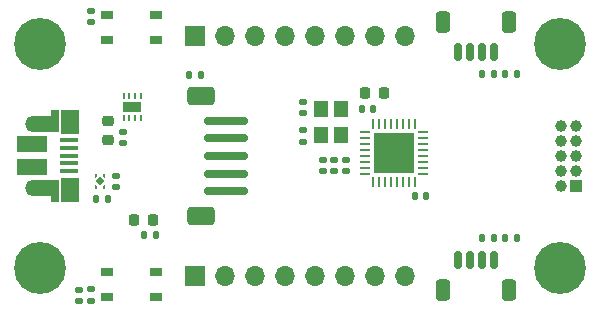
<source format=gbr>
%TF.GenerationSoftware,KiCad,Pcbnew,8.0.7*%
%TF.CreationDate,2025-01-26T16:55:51-08:00*%
%TF.ProjectId,servo-dev-board,73657276-6f2d-4646-9576-2d626f617264,rev?*%
%TF.SameCoordinates,Original*%
%TF.FileFunction,Soldermask,Top*%
%TF.FilePolarity,Negative*%
%FSLAX46Y46*%
G04 Gerber Fmt 4.6, Leading zero omitted, Abs format (unit mm)*
G04 Created by KiCad (PCBNEW 8.0.7) date 2025-01-26 16:55:51*
%MOMM*%
%LPD*%
G01*
G04 APERTURE LIST*
G04 Aperture macros list*
%AMRoundRect*
0 Rectangle with rounded corners*
0 $1 Rounding radius*
0 $2 $3 $4 $5 $6 $7 $8 $9 X,Y pos of 4 corners*
0 Add a 4 corners polygon primitive as box body*
4,1,4,$2,$3,$4,$5,$6,$7,$8,$9,$2,$3,0*
0 Add four circle primitives for the rounded corners*
1,1,$1+$1,$2,$3*
1,1,$1+$1,$4,$5*
1,1,$1+$1,$6,$7*
1,1,$1+$1,$8,$9*
0 Add four rect primitives between the rounded corners*
20,1,$1+$1,$2,$3,$4,$5,0*
20,1,$1+$1,$4,$5,$6,$7,0*
20,1,$1+$1,$6,$7,$8,$9,0*
20,1,$1+$1,$8,$9,$2,$3,0*%
%AMRotRect*
0 Rectangle, with rotation*
0 The origin of the aperture is its center*
0 $1 length*
0 $2 width*
0 $3 Rotation angle, in degrees counterclockwise*
0 Add horizontal line*
21,1,$1,$2,0,0,$3*%
%AMFreePoly0*
4,1,5,0.110000,-0.125000,-0.110000,-0.125000,-0.110000,0.125000,0.360000,0.125000,0.110000,-0.125000,0.110000,-0.125000,$1*%
%AMFreePoly1*
4,1,6,0.290000,-0.055000,0.290000,-0.125000,-0.110000,-0.125000,-0.110000,0.125000,0.110000,0.125000,0.290000,-0.055000,0.290000,-0.055000,$1*%
%AMFreePoly2*
4,1,7,0.110000,-0.125000,-0.110000,-0.125000,-0.290000,-0.125000,-0.290000,-0.055000,-0.110000,0.125000,0.110000,0.125000,0.110000,-0.125000,0.110000,-0.125000,$1*%
%AMFreePoly3*
4,1,6,0.110000,-0.125000,-0.110000,-0.125000,-0.290000,0.055000,-0.290000,0.125000,0.110000,0.125000,0.110000,-0.125000,0.110000,-0.125000,$1*%
G04 Aperture macros list end*
%ADD10RoundRect,0.225000X0.225000X0.250000X-0.225000X0.250000X-0.225000X-0.250000X0.225000X-0.250000X0*%
%ADD11RoundRect,0.062500X-0.375000X-0.062500X0.375000X-0.062500X0.375000X0.062500X-0.375000X0.062500X0*%
%ADD12RoundRect,0.062500X-0.062500X-0.375000X0.062500X-0.375000X0.062500X0.375000X-0.062500X0.375000X0*%
%ADD13R,3.450000X3.450000*%
%ADD14RoundRect,0.140000X0.170000X-0.140000X0.170000X0.140000X-0.170000X0.140000X-0.170000X-0.140000X0*%
%ADD15RoundRect,0.135000X-0.135000X-0.185000X0.135000X-0.185000X0.135000X0.185000X-0.135000X0.185000X0*%
%ADD16R,1.050000X0.650000*%
%ADD17RoundRect,0.140000X0.140000X0.170000X-0.140000X0.170000X-0.140000X-0.170000X0.140000X-0.170000X0*%
%ADD18C,0.700000*%
%ADD19C,4.400000*%
%ADD20R,1.200000X1.400000*%
%ADD21RoundRect,0.175000X1.675000X-0.175000X1.675000X0.175000X-1.675000X0.175000X-1.675000X-0.175000X0*%
%ADD22RoundRect,0.250001X0.899999X-0.499999X0.899999X0.499999X-0.899999X0.499999X-0.899999X-0.499999X0*%
%ADD23R,1.650000X0.400000*%
%ADD24R,0.700000X1.825000*%
%ADD25R,1.500000X2.000000*%
%ADD26R,2.000000X1.350000*%
%ADD27O,1.700000X1.350000*%
%ADD28O,1.500000X1.100000*%
%ADD29R,2.500000X1.430000*%
%ADD30RoundRect,0.225000X0.250000X-0.225000X0.250000X0.225000X-0.250000X0.225000X-0.250000X-0.225000X0*%
%ADD31RoundRect,0.135000X0.135000X0.185000X-0.135000X0.185000X-0.135000X-0.185000X0.135000X-0.185000X0*%
%ADD32RoundRect,0.135000X0.185000X-0.135000X0.185000X0.135000X-0.185000X0.135000X-0.185000X-0.135000X0*%
%ADD33RoundRect,0.218750X-0.218750X-0.256250X0.218750X-0.256250X0.218750X0.256250X-0.218750X0.256250X0*%
%ADD34FreePoly0,90.000000*%
%ADD35FreePoly1,90.000000*%
%ADD36FreePoly2,90.000000*%
%ADD37FreePoly3,90.000000*%
%ADD38RotRect,0.480000X0.480000X135.000000*%
%ADD39R,1.000000X1.000000*%
%ADD40C,1.000000*%
%ADD41RoundRect,0.147500X-0.172500X0.147500X-0.172500X-0.147500X0.172500X-0.147500X0.172500X0.147500X0*%
%ADD42RoundRect,0.062500X-0.062500X0.187500X-0.062500X-0.187500X0.062500X-0.187500X0.062500X0.187500X0*%
%ADD43R,1.600000X0.900000*%
%ADD44RoundRect,0.150000X0.150000X0.625000X-0.150000X0.625000X-0.150000X-0.625000X0.150000X-0.625000X0*%
%ADD45RoundRect,0.250000X0.350000X0.650000X-0.350000X0.650000X-0.350000X-0.650000X0.350000X-0.650000X0*%
%ADD46RoundRect,0.150000X-0.150000X-0.625000X0.150000X-0.625000X0.150000X0.625000X-0.150000X0.625000X0*%
%ADD47RoundRect,0.250000X-0.350000X-0.650000X0.350000X-0.650000X0.350000X0.650000X-0.350000X0.650000X0*%
%ADD48RoundRect,0.140000X-0.140000X-0.170000X0.140000X-0.170000X0.140000X0.170000X-0.140000X0.170000X0*%
%ADD49R,1.700000X1.700000*%
%ADD50O,1.700000X1.700000*%
G04 APERTURE END LIST*
D10*
%TO.C,C8*%
X147075000Y-95700000D03*
X145525000Y-95700000D03*
%TD*%
D11*
%TO.C,U3*%
X145512500Y-98987500D03*
X145512500Y-99487500D03*
X145512500Y-99987500D03*
X145512500Y-100487500D03*
X145512500Y-100987500D03*
X145512500Y-101487500D03*
X145512500Y-101987500D03*
X145512500Y-102487500D03*
D12*
X146200000Y-103175000D03*
X146700000Y-103175000D03*
X147200000Y-103175000D03*
X147700000Y-103175000D03*
X148200000Y-103175000D03*
X148700000Y-103175000D03*
X149200000Y-103175000D03*
X149700000Y-103175000D03*
D11*
X150387500Y-102487500D03*
X150387500Y-101987500D03*
X150387500Y-101487500D03*
X150387500Y-100987500D03*
X150387500Y-100487500D03*
X150387500Y-99987500D03*
X150387500Y-99487500D03*
X150387500Y-98987500D03*
D12*
X149700000Y-98300000D03*
X149200000Y-98300000D03*
X148700000Y-98300000D03*
X148200000Y-98300000D03*
X147700000Y-98300000D03*
X147200000Y-98300000D03*
X146700000Y-98300000D03*
X146200000Y-98300000D03*
D13*
X147950000Y-100737500D03*
%TD*%
D14*
%TO.C,C1*%
X125010000Y-99885000D03*
X125010000Y-98925000D03*
%TD*%
D15*
%TO.C,R7*%
X130555000Y-94100000D03*
X131575000Y-94100000D03*
%TD*%
D16*
%TO.C,SW1*%
X123625000Y-89050000D03*
X127775000Y-89050000D03*
X123625000Y-91200000D03*
X127775000Y-91200000D03*
%TD*%
D17*
%TO.C,C4*%
X123700000Y-104625000D03*
X122740000Y-104625000D03*
%TD*%
D14*
%TO.C,C10*%
X142900000Y-102272500D03*
X142900000Y-101312500D03*
%TD*%
D18*
%TO.C,MH3*%
X160350000Y-110500000D03*
X160833274Y-109333274D03*
X160833274Y-111666726D03*
X162000000Y-108850000D03*
D19*
X162000000Y-110500000D03*
D18*
X162000000Y-112150000D03*
X163166726Y-109333274D03*
X163166726Y-111666726D03*
X163650000Y-110500000D03*
%TD*%
D17*
%TO.C,C6*%
X146210000Y-97000000D03*
X145250000Y-97000000D03*
%TD*%
D14*
%TO.C,C5*%
X124400000Y-103630000D03*
X124400000Y-102670000D03*
%TD*%
D20*
%TO.C,Y1*%
X143500000Y-99200000D03*
X143500000Y-97000000D03*
X141800000Y-97000000D03*
X141800000Y-99200000D03*
%TD*%
D21*
%TO.C,J2*%
X133700000Y-104000000D03*
X133700000Y-102500000D03*
X133700000Y-101000000D03*
X133700000Y-99500000D03*
X133700000Y-98000000D03*
D22*
X131600000Y-106050000D03*
X131600000Y-95950000D03*
%TD*%
D23*
%TO.C,J1*%
X120430000Y-99675000D03*
X120430000Y-100325000D03*
X120430000Y-100975000D03*
X120430000Y-101625000D03*
X120430000Y-102275000D03*
D24*
X119230000Y-98025000D03*
D25*
X120530000Y-98125000D03*
D26*
X118480000Y-98245000D03*
D27*
X117550000Y-98245000D03*
D28*
X120550000Y-98555000D03*
D29*
X117280000Y-100015000D03*
X117280000Y-101935000D03*
D28*
X120550000Y-103395000D03*
D27*
X117550000Y-103705000D03*
D26*
X118480000Y-103725000D03*
D25*
X120550000Y-103875000D03*
D24*
X119230000Y-103975000D03*
%TD*%
D16*
%TO.C,SW2*%
X123625000Y-110800000D03*
X127775000Y-110800000D03*
X123625000Y-112950000D03*
X127775000Y-112950000D03*
%TD*%
D30*
%TO.C,C11*%
X123750000Y-99610000D03*
X123750000Y-98060000D03*
%TD*%
D31*
%TO.C,R4*%
X156400000Y-107900000D03*
X155380000Y-107900000D03*
%TD*%
D32*
%TO.C,R6*%
X122300000Y-113305000D03*
X122300000Y-112285000D03*
%TD*%
D33*
%TO.C,LED1*%
X125950000Y-106400000D03*
X127525000Y-106400000D03*
%TD*%
D34*
%TO.C,U2*%
X122750000Y-103680000D03*
D35*
X123400000Y-103680000D03*
D36*
X123400000Y-102600000D03*
D37*
X122750000Y-102600000D03*
D38*
X123075000Y-103140000D03*
%TD*%
D18*
%TO.C,MH1*%
X116350000Y-91500000D03*
X116833274Y-90333274D03*
X116833274Y-92666726D03*
X118000000Y-89850000D03*
D19*
X118000000Y-91500000D03*
D18*
X118000000Y-93150000D03*
X119166726Y-90333274D03*
X119166726Y-92666726D03*
X119650000Y-91500000D03*
%TD*%
D15*
%TO.C,R5*%
X126777500Y-107700000D03*
X127797500Y-107700000D03*
%TD*%
D39*
%TO.C,J5*%
X163370000Y-103540000D03*
D40*
X162100000Y-103540000D03*
X163370000Y-102270000D03*
X162100000Y-102270000D03*
X163370000Y-101000000D03*
X162100000Y-101000000D03*
X163370000Y-99730000D03*
X162100000Y-99730000D03*
X163370000Y-98460000D03*
X162100000Y-98460000D03*
%TD*%
D15*
%TO.C,R3*%
X155380000Y-94050000D03*
X156400000Y-94050000D03*
%TD*%
D14*
%TO.C,CL2*%
X140250000Y-97390000D03*
X140250000Y-96430000D03*
%TD*%
D31*
%TO.C,R2*%
X158355000Y-94050000D03*
X157335000Y-94050000D03*
%TD*%
D41*
%TO.C,L1*%
X141900000Y-101312500D03*
X141900000Y-102282500D03*
%TD*%
D42*
%TO.C,U1*%
X126550000Y-95875000D03*
X126050000Y-95875000D03*
X125550000Y-95875000D03*
X125050000Y-95875000D03*
X125050000Y-97775000D03*
X125550000Y-97775000D03*
X126050000Y-97775000D03*
X126550000Y-97775000D03*
D43*
X125800000Y-96825000D03*
%TD*%
D44*
%TO.C,J4*%
X156375000Y-109775000D03*
X155375000Y-109775000D03*
X154375000Y-109775000D03*
X153375000Y-109775000D03*
D45*
X157675000Y-112300000D03*
X152075000Y-112300000D03*
%TD*%
D46*
%TO.C,J3*%
X153375000Y-92175000D03*
X154375000Y-92175000D03*
X155375000Y-92175000D03*
X156375000Y-92175000D03*
D47*
X152075000Y-89650000D03*
X157675000Y-89650000D03*
%TD*%
D18*
%TO.C,MH4*%
X160348350Y-91501650D03*
X160831624Y-90334924D03*
X160831624Y-92668376D03*
X161998350Y-89851650D03*
D19*
X161998350Y-91501650D03*
D18*
X161998350Y-93151650D03*
X163165076Y-90334924D03*
X163165076Y-92668376D03*
X163648350Y-91501650D03*
%TD*%
D48*
%TO.C,C7*%
X149690000Y-104400000D03*
X150650000Y-104400000D03*
%TD*%
D14*
%TO.C,CL1*%
X140250000Y-99770000D03*
X140250000Y-98810000D03*
%TD*%
%TO.C,C3*%
X121300000Y-113295000D03*
X121300000Y-112335000D03*
%TD*%
%TO.C,C2*%
X122300000Y-89665000D03*
X122300000Y-88705000D03*
%TD*%
%TO.C,C9*%
X143900000Y-102272500D03*
X143900000Y-101312500D03*
%TD*%
D15*
%TO.C,R1*%
X157335000Y-107900000D03*
X158355000Y-107900000D03*
%TD*%
D18*
%TO.C,MH2*%
X116350000Y-110500000D03*
X116833274Y-109333274D03*
X116833274Y-111666726D03*
X118000000Y-108850000D03*
D19*
X118000000Y-110500000D03*
D18*
X118000000Y-112150000D03*
X119166726Y-109333274D03*
X119166726Y-111666726D03*
X119650000Y-110500000D03*
%TD*%
D49*
%TO.C,H2*%
X131125000Y-90850000D03*
D50*
X133665000Y-90850000D03*
X136205000Y-90850000D03*
X138745000Y-90850000D03*
X141285000Y-90850000D03*
X143825000Y-90850000D03*
X146365000Y-90850000D03*
X148905000Y-90850000D03*
%TD*%
D49*
%TO.C,H1*%
X131125000Y-111130000D03*
D50*
X133665000Y-111130000D03*
X136205000Y-111130000D03*
X138745000Y-111130000D03*
X141285000Y-111130000D03*
X143825000Y-111130000D03*
X146365000Y-111130000D03*
X148905000Y-111130000D03*
%TD*%
M02*

</source>
